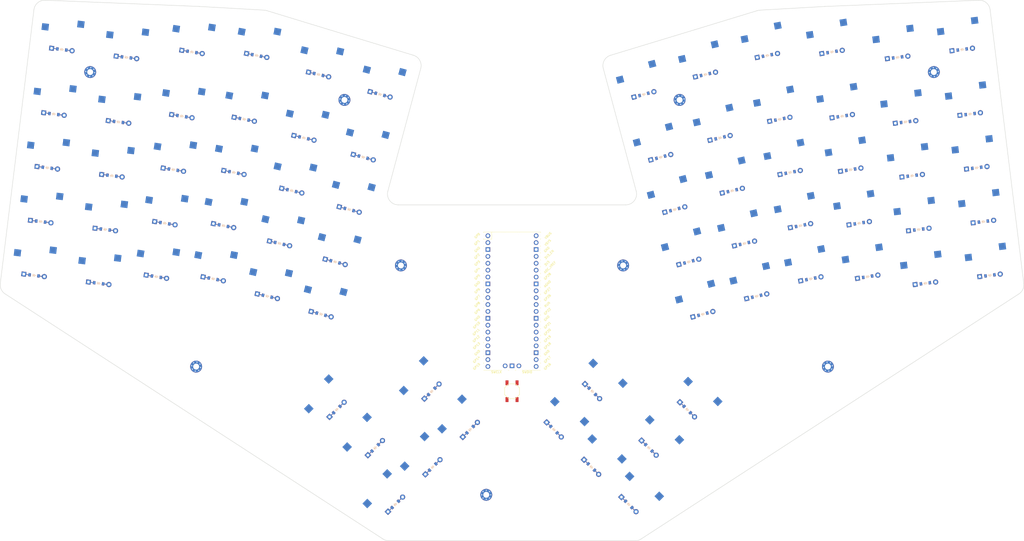
<source format=kicad_pcb>
(kicad_pcb (version 20240108) (generator "pcbnew") (generator_version "8.0")
  (title_block (title "gundamBowtie") (rev "v1.0.0") (company "Unknown"))
  (layers (0 "F.Cu" signal) (31 "B.Cu" signal) (34 "B.Paste" user) (35 "F.Paste" user) (36 "B.SilkS" user "B.Silkscreen") (37 "F.SilkS" user "F.Silkscreen") (38 "B.Mask" user) (39 "F.Mask" user) (44 "Edge.Cuts" user))
  (net 0 "")
  (net 1 "GP0")
  (net 2 "mods_bottom")
  (net 3 "mods_home")
  (net 4 "mods_top")
  (net 5 "mods_number")
  (net 6 "mods_function")
  (net 7 "GP1")
  (net 8 "pinky_bottom")
  (net 9 "pinky_home")
  (net 10 "pinky_top")
  (net 11 "pinky_number")
  (net 12 "pinky_function")
  (net 13 "GP2")
  (net 14 "ring_bottom")
  (net 15 "ring_home")
  (net 16 "ring_top")
  (net 17 "ring_number")
  (net 18 "ring_function")
  (net 19 "GP3")
  (net 20 "middle_bottom")
  (net 21 "middle_home")
  (net 22 "middle_top")
  (net 23 "middle_number")
  (net 24 "middle_function")
  (net 25 "GP4")
  (net 26 "index_bottom")
  (net 27 "index_home")
  (net 28 "index_top")
  (net 29 "index_number")
  (net 30 "index_function")
  (net 31 "GP5")
  (net 32 "inner_bottom")
  (net 33 "inner_home")
  (net 34 "inner_top")
  (net 35 "inner_number")
  (net 36 "inner_function")
  (net 37 "left_middle")
  (net 38 "left_top")
  (net 39 "right_middle")
  (net 40 "keysNextToBig_bottom")
  (net 41 "keysNextToBigPart2_bottom")
  (net 42 "keysNextToBigPart3_bottom")
  (net 43 "mirror_mods_bottom")
  (net 44 "mirror_mods_home")
  (net 45 "mirror_mods_top")
  (net 46 "mirror_mods_number")
  (net 47 "mirror_mods_function")
  (net 48 "mirror_pinky_bottom")
  (net 49 "mirror_pinky_home")
  (net 50 "mirror_pinky_top")
  (net 51 "mirror_pinky_number")
  (net 52 "mirror_pinky_function")
  (net 53 "mirror_ring_bottom")
  (net 54 "mirror_ring_home")
  (net 55 "mirror_ring_top")
  (net 56 "mirror_ring_number")
  (net 57 "mirror_ring_function")
  (net 58 "mirror_middle_bottom")
  (net 59 "mirror_middle_home")
  (net 60 "mirror_middle_top")
  (net 61 "mirror_middle_number")
  (net 62 "mirror_middle_function")
  (net 63 "mirror_index_bottom")
  (net 64 "mirror_index_home")
  (net 65 "mirror_index_top")
  (net 66 "mirror_index_number")
  (net 67 "mirror_index_function")
  (net 68 "mirror_inner_bottom")
  (net 69 "mirror_inner_home")
  (net 70 "mirror_inner_top")
  (net 71 "mirror_inner_number")
  (net 72 "mirror_inner_function")
  (net 73 "mirror_left_middle")
  (net 74 "mirror_left_top")
  (net 75 "mirror_right_middle")
  (net 76 "mirror_keysNextToBig_bottom")
  (net 77 "mirror_keysNextToBigPart2_bottom")
  (net 78 "mirror_keysNextToBigPart3_bottom")
  (net 79 "GP13")
  (net 80 "GP12")
  (net 81 "GP11")
  (net 82 "GP10")
  (net 83 "GP9")
  (net 84 "GP14")
  (net 85 "GP15")
  (net 86 "GP18")
  (net 87 "GP19")
  (net 88 "GP20")
  (net 89 "GP21")
  (net 90 "GP22")
  (net 91 "GP17")
  (net 92 "GP16")
  (net 93 "GP6")
  (net 94 "GP7")
  (net 95 "GP8")
  (net 96 "GP26")
  (net 97 "GP27")
  (net 98 "GP28")
  (net 99 "RUN")
  (net 100 "ADC_VREF")
  (net 101 "3V3")
  (net 102 "3V3_EN")
  (net 103 "VSYS")
  (net 104 "VBUS")
  (net 105 "GND")
  (net 106 "AGND")
  (footprint "E73:SW_TACT_ALPS_SKQGABE010" (layer "F.Cu") (at 213.227526 183.50863 -90)
    (property "Reference" "B1" (hide yes))
    (property "Value" "" (hide yes))
  )
  (footprint "ComboDiode" (layer "F.Cu") (at 170.185891 225.284465 45)
    (property "Reference" "D34" (hide yes))
    (property "Value" "" (hide yes))
  )
  (footprint "MX" (layer "F.Cu") (at 322.467811 137.12488 11)
    (property "Reference" "S52" (hide yes))
    (property "Value" "" (hide yes))
  )
  (footprint "MX" (layer "F.Cu") (at 260.577997 69.120872 15)
    (property "Reference" "S66" (hide yes))
    (property "Value" "" (hide yes))
  )
  (footprint "ComboDiode" (layer "F.Cu") (at 242.480576 211.49588 -45)
    (property "Reference" "D71" (hide yes))
    (property "Value" "" (hide yes))
  )
  (footprint "ComboDiode" (layer "F.Cu") (at 65.667318 103.97332 -7)
    (property "Reference" "D8" (hide yes))
    (property "Value" "" (hide yes))
  )
  (footprint "ComboDiode" (layer "F.Cu") (at 85.201212 121.49364 -9)
    (property "Reference" "D12" (hide yes))
    (property "Value" "" (hide yes))
  )
  (footprint "MX" (layer "F.Cu") (at 85.983388 116.555184 -9)
    (property "Reference" "S12" (hide yes))
    (property "Value" "" (hide yes))
  )
  (footprint "ComboDiode" (layer "F.Cu") (at 110.665555 102.767912 -11)
    (property "Reference" "D18" (hide yes))
    (property "Value" "" (hide yes))
  )
  (footprint "ComboDiode" (layer "F.Cu") (at 311.973316 83.135373 11)
    (property "Reference" "D55" (hide yes))
    (property "Value" "" (hide yes))
  )
  (footprint "MX" (layer "F.Cu") (at 149.312636 130.94012 -15)
    (property "Reference" "S27" (hide yes))
    (property "Value" "" (hide yes))
  )
  (footprint "RPi_Pico_SMD_TH" (layer "F.Cu") (at 213.227525 150.258634)
    (property "Reference" "_1" (hide yes))
    (property "Value" "RPi_Pico_SMD_TH")
  )
  (footprint "MX" (layer "F.Cu") (at 354.816145 55.33856 7)
    (property "Reference" "S46" (hide yes))
    (property "Value" "" (hide yes))
  )
  (footprint "MX" (layer "F.Cu") (at 154.489022 111.621596 -15)
    (property "Reference" "S28" (hide yes))
    (property "Value" "" (hide yes))
  )
  (footprint "MX" (layer "F.Cu") (at 40.018156 115.93665 -7)
    (property "Reference" "S2" (hide yes))
    (property "Value" "" (hide yes))
  )
  (footprint "ComboDiode" (layer "F.Cu") (at 153.194928 116.451234 -15)
    (property "Reference" "D28" (hide yes))
    (property "Value" "" (hide yes))
  )
  (footprint "ComboDiode" (layer "F.Cu") (at 384.608843 101.048462 7)
    (property "Reference" "D39" (hide yes))
    (property "Value" "" (hide yes))
  )
  (footprint "MX" (layer "F.Cu") (at 82.854711 136.308963 -9)
    (property "Reference" "S11" (hide yes))
    (property "Value" "" (hide yes))
  )
  (footprint "ComboDiode" (layer "F.Cu") (at 44.283584 81.197538 -7)
    (property "Reference" "D4" (hide yes))
    (property "Value" "" (hide yes))
  )
  (footprint "MX" (layer "F.Cu") (at 343.600348 136.308954 9)
    (property "Reference" "S47" (hide yes))
    (property "Value" "" (hide yes))
  )
  (footprint "MX" (layer "F.Cu") (at 357.741004 79.159675 7)
    (property "Reference" "S45" (hide yes))
    (property "Value" "" (hide yes))
  )
  (footprint "ComboDiode" (layer "F.Cu") (at 197.763063 197.70729 45)
    (property "Reference" "D36" (hide yes))
    (property "Value" "" (hide yes))
  )
  (footprint "ComboDiode" (layer "F.Cu") (at 298.956397 128.970376 13)
    (property "Reference" "D58" (hide yes))
    (property "Value" "" (hide yes))
  )
  (footprint "ComboDiode" (layer "F.Cu") (at 71.029557 60.301297 -7)
    (property "Reference" "D10" (hide yes))
    (property "Value" "" (hide yes))
  )
  (footprint "MX" (layer "F.Cu") (at 232.227542 194.171761 -45)
    (property "Reference" "S72" (hide yes))
    (property "Value" "" (hide yes))
  )
  (footprint "MX" (layer "F.Cu") (at 165.877055 69.12087 -15)
    (property "Reference" "S30" (hide yes))
    (property "Value" "" (hide yes))
  )
  (footprint "MX" (layer "F.Cu") (at 63.839269 118.861502 -7)
    (property "Reference" "S7" (hide yes))
    (property "Value" "" (hide yes))
  )
  (footprint "ComboDiode" (layer "F.Cu") (at 379.246586 57.376425 7)
    (property "Reference" "D41" (hide yes))
    (property "Value" "" (hide yes))
  )
  (footprint "MX" (layer "F.Cu") (at 95.995189 53.343148 -9)
    (property "Reference" "S15" (hide yes))
    (property "Value" "" (hide yes))
  )
  (footprint "MX" (layer "F.Cu") (at 293.332612 104.611122 13)
    (property "Reference" "S59" (hide yes))
    (property "Value" "" (hide yes))
  )
  (footprint "ComboDiode" (layer "F.Cu") (at 365.662509 143.675176 7)
    (property "Reference" "D42" (hide yes))
    (property "Value" "" (hide yes))
  )
  (footprint "MX" (layer "F.Cu") (at 103.987247 137.124869 -11)
    (property "Reference" "S16" (hide yes))
    (property "Value" "" (hide yes))
  )
  (footprint "ComboDiode" (layer "F.Cu") (at 39.408814 120.899382 -7)
    (property "Reference" "D2" (hide yes))
    (property "Value" "" (hide yes))
  )
  (footprint "ComboDiode" (layer "F.Cu") (at 323.421842 142.032999 11)
    (property "Reference" "D52" (hide yes))
    (property "Value" "" (hide yes))
  )
  (footprint "ComboDiode" (layer "F.Cu") (at 277.835906 190.282677 -45)
    (property "Reference" "D68" (hide yes))
    (property "Value" "" (hide yes))
  )
  (footprint "MX" (layer "F.Cu") (at 145.083608 186.747142 45)
    (property "Reference" "S32" (hide yes))
    (property "Value" "" (hide yes))
  )
  (footprint "ComboDiode" (layer "F.Cu") (at 164.582961 73.950499 -15)
    (property "Reference" "D30" (hide yes))
    (property "Value" "" (hide yes))
  )
  (footprint "ComboDiode" (layer "F.Cu") (at 382.171459 81.197525 7)
    (property "Reference" "D40" (hide yes))
    (property "Value" "" (hide yes))
  )
  (footprint "ComboDiode" (layer "F.Cu") (at 363.225118 123.824259 7)
    (property "Reference" "D43" (hide yes))
    (property "Value" "" (hide yes))
  )
  (footprint "ComboDiode" (layer "F.Cu") (at 36.971435 140.750305 -7)
    (property "Reference" "D1" (hide yes))
    (property "Value" "" (hide yes))
  )
  (footprint "MX" (layer "F.Cu") (at 318.651622 117.492336 11)
    (property "Reference" "S53" (hide yes))
    (property "Value" "" (hide yes))
  )
  (footprint "MountingHole_2.2mm_M2_Pad_Via" (layer "F.Cu") (at 368.784664 65.713563 7)
    (property "Reference" "_3" (hide yes))
    (property "Value" "")
  )
  (footprint "MX" (layer "F.Cu") (at 330.459856 53.343151 9)
    (property "Reference" "S51" (hide yes))
    (property "Value" "" (hide yes))
  )
  (footprint "MX" (layer "F.Cu") (at 143.020282 61.738826 -13)
    (property "Reference" "S25" (hide yes))
    (property "Value" "" (hide yes))
  )
  (footprint "ComboDiode" (layer "F.Cu") (at 358.350344 84.122394 7)
    (property "Reference" "D45" (hide yes))
    (property "Value" "" (hide yes))
  )
  (footprint "MountingHole_2.2mm_M2_Pad_Via" (layer "F.Cu") (at 172.253385 137.087075 -15)
    (property "Reference" "_8" (hide yes))
    (property "Value" "")
  )
  (footprint "MX" (layer "F.Cu") (at 267.229306 200.889277 -45)
    (property "Reference" "S67" (hide yes))
    (property "Value" "" (hide yes))
  )
  (footprint "ComboDiode" (layer "F.Cu") (at 387.046227 120.899375 7)
    (property "Reference" "D38" (hide yes))
    (property "Value" "" (hide yes))
  )
  (footprint "MX" (layer "F.Cu") (at 128.623397 124.098529 -13)
    (property "Reference" "S22" (hide yes))
    (property "Value" "" (hide yes))
  )
  (footprint "ComboDiode" (layer "F.Cu") (at 331.242023 58.281577 9)
    (property "Reference" "D51" (hide yes))
    (property "Value" "" (hide yes))
  )
  (footprint "ComboDiode" (layer "F.Cu") (at 278.436499 135.769744 15)
    (property "Reference" "D63" (hide yes))
    (property "Value" "" (hide yes))
  )
  (footprint "MX" (layer "F.Cu") (at 306.439852 54.668187 11)
    (property "Reference" "S56" (hide yes))
    (property "Value" "" (hide yes))
  )
  (footprint "ComboDiode" (layer "F.Cu") (at 127.49866 128.97036 -13)
    (property "Reference" "D22" (hide yes))
    (property "Value" "" (hide yes))
  )
  (footprint "MX" (layer "F.Cu") (at 133.122435 104.611128 -13)
    (property "Reference" "S23" (hide yes))
    (property "Value" "" (hide yes))
  )
  (footprint "MX" (layer "F.Cu") (at 334.214288 77.04767 9)
    (property "Reference" "S50" (hide yes))
    (property "Value" "" (hide yes))
  )
  (footprint "MX" (layer "F.Cu") (at 314.835438 97.859783 11)
    (property "Reference" "S54" (hide yes))
    (property "Value" "" (hide yes))
  )
  (footprint "MX" (layer "F.Cu") (at 277.142401 130.940119 15)
    (property "Reference" "S63" (hide yes))
    (property "Value" "" (hide yes))
  )
  (footprint "ComboDiode" (layer "F.Cu") (at 289.958349 89.99557 13)
    (property "Reference" "D60" (hide yes))
    (property "Value" "" (hide yes))
  )
  (footprint "ComboDiode" (layer "F.Cu") (at 242.834139 183.565166 -45)
    (property "Reference" "D69" (hide yes))
    (property "Value" "" (hide yes))
  )
  (footprint "MX" (layer "F.Cu") (at 282.318795 150.258639 15)
    (property "Reference" "S62" (hide yes))
    (property "Value" "" (hide yes))
  )
  (footprint "ComboDiode" (layer "F.Cu") (at 158.371302 97.132709 -15)
    (property "Reference" "D29" (hide yes))
    (property "Value" "" (hide yes))
  )
  (footprint "MX" (layer "F.Cu") (at 302.330667 143.585914 13)
    (property "Reference" "S57" (hide yes))
    (property "Value" "" (hide yes))
  )
  (footprint "ComboDiode" (layer "F.Cu") (at 263.693777 204.424812 -45)
    (property "Reference" "D67" (hide yes))
    (property "Value" "" (hide yes))
  )
  (footprint "MX" (layer "F.Cu") (at 365.053153 138.712433 7)
    (property "Reference" "S42" (hide yes))
    (property "Value" "" (hide yes))
  )
  (footprint "MX" (layer "F.Cu") (at 246.369656 180.029635 -45)
    (property "Reference" "S69" (hide yes))
    (property "Value" "" (hide yes))
  )
  (footprint "MX" (layer "F.Cu") (at 362.615773 118.861509 7)
    (property "Reference" "S43" (hide yes))
    (property "Value" "" (hide yes))
  )
  (footprint "MX" (layer "F.Cu") (at 47.817809 52.413703 -7)
    (property "Reference" "S5" (hide yes))
    (property "Value" "" (hide yes))
  )
  (footprint "MX" (layer "F.Cu") (at 297.83163 124.098522 13)
    (property "Reference" "S58" (hide yes))
    (property "Value" "" (hide yes))
  )
  (footprint "ComboDiode" (layer "F.Cu") (at 162.761272 204.424812 45)
    (property "Reference" "D31" (hide yes))
    (property "Value" "" (hide yes))
  )
  (footprint "ComboDiode" (layer "F.Cu") (at 148.018552 135.769756 -15)
    (property "Reference" "D27" (hide yes))
    (property "Value" "" (hide yes))
  )
  (footprint "MX" (layer "F.Cu") (at 159.665402 92.303088 -15)
    (property "Reference" "S29" (hide yes))
    (property "Value" "" (hide yes))
  )
  (footprint "MX" (layer "F.Cu") (at 337.342978 96.801437 9)
    (property "Reference" "S49" (hide yes))
    (property "Value" "" (hide yes))
  )
  (footprint "MountingHole_2.2mm_M2_Pad_Via" (layer "F.Cu") (at 151.428687 75.995734 -13)
    (property "Reference" "_4" (hide yes))
    (property "Value" "")
  )
  (footprint "MountingHole_2.2mm_M2_Pad_Via" (layer "F.Cu") (at 254.201662 137.08707 15)
    (property "Reference" "_9" (hide yes))
    (property "Value" "")
  )
  (footprint "ComboDiode" (layer "F.Cu") (at 284.559535 66.610687 13)
    (property "Reference" "D61" (hide yes))
    (property "Value" "" (hide yes))
  )
  (footprint "MX" (layer "F.Cu") (at 115.435774 78.227239 -11)
    (property "Reference" "S19" (hide yes))
    (property "Value" "" (hide yes))
  )
  (footprint "ComboDiode" (layer "F.Cu") (at 82.072529 141.247408 -9)
    (property "Reference" "D11" (hide yes))
    (property "Value" "" (hide yes))
  )
  (footprint "MX" (layer "F.Cu") (at 180.438937 207.960352 45)
    (property "Reference" "S35" (hide yes))
    (property "Value" "" (hide yes))
  )
  (footprint "ComboDiode" (layer "F.Cu") (at 228.691981 197.707301 -45)
    (property "Reference" "D72" (hide yes))
    (property "Value" "" (hide yes))
  )
  (footprint "MX" (layer "F.Cu") (at 386.436886 115.936655 7)
    (property "Reference" "S38" (hide yes))
    (property "Value" "" (hide yes))
  )
  (footprint "ComboDiode" (layer "F.Cu") (at 389.483616 140.750301 7)
    (property "Reference" "D37" (hide yes))
    (property "Value" "" (hide yes))
  )
  (footprint "MX" (layer "F.Cu") (at 137.621458 85.123717 -13)
    (property "Reference" "S24" (hide yes))
    (property "Value" "" (hide yes))
  )
  (footprint "MX" (layer "F.Cu") (at 383.999498 96.085736 7)
    (property "Reference" "S39" (hide yes))
    (property "Value" "" (hide yes))
  )
  (footprint "MX" (layer "F.Cu") (at 266.78964 92.303091 15)
    (property "Reference" "S65" (hide yes))
    (property "Value" "" (hide yes))
  )
  (footprint "ComboDiode" (layer "F.Cu") (at 283.612881 155.08827 15)
    (property "Reference" "D62" (hide yes))
    (property "Value" "" (hide yes))
  )
  (footprint "ComboDiode" (layer "F.Cu") (at 338.125145 101.739871 9)
    (property "Reference" "D49" (hide yes))
    (property "Value" "" (hide yes))
  )
  (footprint "ComboDiode" (layer "F.Cu") (at 95.213032 58.281573 -9)
    (property "Reference" "D15" (hide yes))
    (property "Value" "" (hide yes))
  )
  (footprint "MX" (layer "F.Cu") (at 166.650362 221.748932 45)
    (property "Reference" "S34" (hide yes))
    (property "Value" "" (hide yes))
  )
  (footprint "MX" (layer "F.Cu") (at 61.401887 138.712442 -7)
    (property "Reference" "S6" (hide yes))
    (property "Value" "" (hide yes))
  )
  (footprint "MountingHole_2.2mm_M2_Pad_Via" (layer "F.Cu") (at 96.736498 174.426696 -11)
    (property "Reference" "_6" (hide yes))
    (property "Value" "")
  )
  (footprint "MX" (layer "F.Cu") (at 42.455548 96.085721 -7)
    (property "Reference" "S3" (hide yes))
    (property "Value" "" (hide yes))
  )
  (footprint "MountingHole_2.2mm_M2_Pad_Via" (layer "F.Cu") (at 57.670394 65.713564 -7)
    (property "Reference" "_2" (hide yes))
    (property "Value" "")
  )
  (footprint "MX" (layer "F.Cu") (at 71.638914 55.338567 -7)
    (property "Reference" "S10" (hide yes))
    (property "Value" "" (hide yes))
  )
  (footprint "ComboDiode" (layer "F.Cu") (at 103.033198 142.033009 -11)
    (property "Reference" "D16" (hide yes))
    (property "Value" "" (hide yes))
  )
  (footprint "MX" (layer "F.Cu") (at 381.562113 76.234807 7)
    (property "Reference" "S40" (hide yes))
    (property "Value" "" (hide yes))
  )
  (footprint "ComboDiode" (layer "F.Cu") (at 341.253833 121.493646 9)
    (property "Reference" "D48" (hide yes))
    (property "Value" "" (hide yes))
  )
  (footprint "ComboDiode" (layer "F.Cu") (at 261.872088 73.950502 15)
    (property "Reference" "D66" (hide yes))
    (property "Value" "" (hide yes))
  )
  (footprint "MX" (layer "F.Cu") (at 107.803418 117.49232 -11)
    (property "Reference" "S17" (hide yes))
    (property "Value" "" (hide yes))
  )
  (footprint "MX" (layer "F.Cu") (at 92.240762 77.047655 -9)
    (property "Reference" "S14" (hide yes))
    (property "Value" "" (hide yes))
  )
  (footprint "MX" (layer "F.Cu") (at 89.112084 96.801438 -9)
    (property "Reference" "S13" (hide yes))
    (property "Value" "" (hide yes))
  )
  (footprint "ComboDiode" (layer "F.Cu") (at 294.457377 109.482971 13)
    (property "Reference" "D59" (hide yes))
    (property "Value" "" (hide yes))
  )
  (footprint "MX" (layer "F.Cu") (at 120.015207 54.668185 -11)
    (property "Reference" "S20" (hide yes))
    (property "Value" "" (hide yes))
  )
  (footprint "ComboDiode" (layer "F.Cu") (at 307.393894 59.576312 11)
    (property "Reference" "D56" (hide yes))
    (property "Value" "" (hide yes))
  )
  (footprint "MX" (layer "F.Cu") (at 246.016107 207.960347 -45)
    (property "Reference" "S71" (hide yes))
    (property "Value" "" (hide yes))
  )
  (footprint "MX" (layer "F.Cu") (at 194.227518 194.171766 45)
    (property "Reference" "S36" (hide yes))
    (property "Value" "" (hide yes))
  )
  (footprint "ComboDiode" (layer "F.Cu") (at 315.789502 102.767914 11)
    (property "Reference" "D54" (hide yes))
    (property "Value" "" (hide yes))
  )
  (footprint "ComboDiode" (layer "F.Cu") (at 183.62092 183.565159 45)
    (property "Reference" "D33" (hide yes))
    (property "Value" "" (hide yes))
  )
  (footprint "MX" (layer "F.Cu") (at 283.434767 61.738841 13)
    (property "Reference" "S61" (hide yes))
    (property "Value" "" (hide yes))
  )
  (footprint "ComboDiode" (layer "F.Cu") (at 131.99768 109.482972 -13)
    (property "Reference" "D23" (hide yes))
    (property "Value" "" (hide yes))
  )
  (footprint "MX" (layer "F.Cu") (at 180.085383 180.029622 45)
    (property "Reference" "S33" (hide yes))
    (property "Value" "" (hide yes))
  )
  (footprint "ComboDiode" (layer "F.Cu") (at 106.849374 122.400459 -11)
    (property "Reference" "D17" (hide yes))
    (property "Value" "" (hide yes))
  )
  (footprint "MX" (layer "F.Cu") (at 281.371443 186.74715 -45)
    (property "Reference" "S68" (hide yes))
    (property "Value" "" (hide yes))
  )
  (footprint "ComboDiode" (layer "F.Cu") (at 142.842166 155.088264 -15)
    (property "Reference" "D26" (hide yes))
    (property "Value" "" (hide yes))
  )
  (footprint "MX" (layer "F.Cu") (at 311.019268 78.227246 11)
    (property "Reference" "S55" (hide yes))
    (property "Value" "" (hide yes))
  )
  (footprint "ComboDiode" (layer "F.Cu") (at 334.996452 81.986105 9)
    (property "Reference" "D50" (hide yes))
    (property "Value" "" (hide yes))
  )
  (footprint "ComboDiode" (layer "F.Cu") (at 319.605659 122.400472 11)
    (property "Reference" "D53" (hide yes))
    (property "Value" "" (hide yes))
  )
  (footprint "MX" (layer "F.Cu") (at 360.178395 99.010597 7)
    (property "Reference" "S44" (hide yes))
    (property "Value" "" (hide yes))
  )
  (footprint "ComboDiode" (layer "F.Cu") (at 148.619137 190.282682 45)
    (property "Reference" "D32" (hide yes))
    (property "Value" "" (hide yes))
  )
  (footprint "ComboDiode" (layer "F.Cu") (at 273.260113 116.45122 15)
    (property "Reference" "D64" (hide yes))
    (property "Value" "" (hide yes))
  )
  (footprint "ComboDiode" (layer "F.Cu") (at 303.455403 148.45777 13)
    (property "Reference" "D57" (hide yes))
    (property "Value" "" (hide yes))
  )
  (footprint "ComboDiode" (layer "F.Cu") (at 88.329901 101.739872 -9)
    (property "Reference" "D13" (hide yes))
    (property "Value" "" (hide yes))
  )
  (footprint "ComboDiode" (layer "F.Cu") (at 360.787734 103.973322 7)
    (property "Reference" "D44" (hide yes))
    (property "Value" "" (hide yes))
  )
  (footprint "ComboDiode" (layer "F.Cu") (at 141.895522 66.610693 -13)
    (property "Reference" "D25" (hide yes))
    (property "Value" "" (hide yes))
  )
  (footprint "MX" (layer "F.Cu") (at 259.80469 221.748933 -45)
    (property "Reference" "S70" (hide yes))
    (property "Value" "" (hide yes))
  )
  (footprint "MX" (layer "F.Cu") (at 144.136269 150.258648 -15)
    (property "Reference" "S26" (hide yes))
    (property "Value" "" (hide yes))
  )
  (footprint "MX" (layer "F.Cu") (at 271.966025 111.6216 15)
    (property "Reference" "S64" (hide yes))
    (property "Value" "" (hide yes))
  )
  (footprint "MountingHole_2.2mm_M2_Pad_Via" (layer "F.Cu") (at 275.026367 75.995734 13)
    (property "Reference" "_5" (hide yes))
    (property "Value" "")
  )
  (footprint "ComboDiode" (layer "F.Cu") (at 183.974477 211.495884 45)
    (property "Reference" "D35" (hide yes))
    (property "Value" "" (hide yes))
  )
  (footprint "ComboDiode" (layer "F.Cu") (at 63.229924 123.82425 -7)
    (property "Reference" "D7" (hide yes))
    (property "Value" "" (hide yes))
  )
  (footprint "MX" (layer "F.Cu") (at 44.89294 76.234809 -7)
    (property "Reference" "S4" (hide yes))
    (property "Value" "" (hide yes))
  )
  (footprint "MX" (layer "F.Cu") (at 159.225738 200.889281 45)
    (property "Reference" "S31" (hide yes))
    (property "Value" "" (hide yes))
  )
  (footprint "ComboDiode" (layer "F.Cu") (at 68.104692 84.122397 -7)
    (property "Reference" "D9" (hide yes))
    (property "Value" "" (hide yes))
  )
  (footprint "MountingHole_2.2mm_M2_Pad_Via" (layer "F.Cu") (at 329.718549 174.426702 11)
    (property "Reference" "_7" (hide yes))
    (property "Value" "")
  )
  (footprint "MX" (layer "F.Cu") (at 66.276654 99.010596 -7)
    (property "Reference" "S8" (hide yes))
    (property "Value" "" (hide yes))
  )
  (footprint "ComboDiode" (layer "F.Cu") (at 355.42549 60.301296 7)
    (property "Reference" "D46" (hide yes))
    (property "Value" "" (hide yes))
  )
  (footprint "MX" (layer "F.Cu") (at 288.833598 85.123714 13)
    (property "Reference" "S60" (hide yes))
    (property "Value" "" (hide yes))
  )
  (footprint "ComboDiode" (layer "F.Cu") (at 47.208442 57.376422 -7)
    (property "Reference" "D5" (hide yes))
    (property "Value" "" (hide yes))
  )
  (footprint "ComboDiode" (layer "F.Cu") (at 60.792532 143.675168 -7)
    (property "Reference" "D6" (hide yes))
    (property "Value" "" (hide yes))
  )
  (footprint "MX" (layer "F.Cu") (at 111.61961 97.859782 -11)
    (property "Reference" "S18" (hide yes))
    (property "Value" "" (hide yes))
  )
  (footprint "ComboDiode" (layer "F.Cu") (at 344.382521 141.247394 9)
    (property "Reference" "D47" (hide yes))
    (property "Value" "" (hide yes))
  )
  (footprint "MX" (layer "F.Cu") (at 388.874272 135.787576 7)
    (property "Reference" "S37" (hide yes))
    (property "Value" "" (hide yes))
  )
  (footprint "MX" (layer "F.Cu") (at 37.580773 135.787571 -7)
    (property "Reference" "S1" (hide yes))
    (property "Value" "" (hide yes))
  )
  (footprint "ComboDiode" (layer "F.Cu") (at 41.846205 101.04846 -7)
    (property "Reference" "D3" (hide yes))
    (property "Value" "" (hide yes))
  )
  (footprint "ComboDiode" (layer "F.Cu") (at 91.458599 81.986109 -9)
    (property "Reference" "D14" (hide yes))
    (property "Value" "" (hide yes))
  )
  (footprint "ComboDiode" (layer "F.Cu") (at 256.269149 225.284465 -45)
    (property "Reference" "D70" (hide yes))
    (property "Value" "" (hide yes))
  )
  (footprint "ComboDiode" (layer "F.Cu") (at 136.49669 89.995569 -13)
    (property "Reference" "D24" (hide yes))
    (property "Value" "" (hide yes))
  )
  (footprint "ComboDiode" (layer "F.Cu") (at 122.999622 148.457765 -13)
    (property "Reference" "D21" (hide yes))
    (property "Value" "" (hide yes))
  )
  (footprint "ComboDiode" (layer "F.Cu") (at 119.061161 59.576315 -11)
    (property "Reference" "D20" (hide yes))
    (property "Value" "" (hide yes))
  )
  (footprint "MX" (layer "F.Cu") (at 378.637238 52.413686 7)
    (property "Reference" "S41" (hide yes))
    (property "Value" "" (hide yes))
  )
  (footprint "MountingHole_2.2mm_M2_Pad_Via" (layer "F.Cu") (at 203.727528 221.74894)
    (property "Reference" "_10" (hide yes))
    (property "Value" "")
  )
  (footprint "ComboDiode" (layer "F.Cu") (at 268.083735 97.132718 15)
    (property "Reference" "D65" (hide yes))
    (property "Value" "" (hide yes))
  )
  (footprint "MX" (layer "F.Cu") (at 124.124383 143.585924 -13)
    (property "Reference" "S21" (hide yes))
    (property "Value" "" (hide yes))
  )
  (footprint "MX" (layer "F.Cu") (at 68.714056 79.159674 -7)
    (property "Reference" "S9" (hide yes))
    (property "Value" "" (hide yes))
  )
  (footprint "ComboDiode" (layer "F.Cu") (at 114.481737 83.135371 -11)
    (property "Reference" "D19" (hide yes))
    (property "Value" "" (hide yes))
  )
  (footprint "MX" (layer "F.Cu") (at 340.471654 116.555205 9)
    (property "Reference" "S48" (hide yes))
    (property "Value" "" (hide yes))
  )
  (gr_line (start 97.839091 41.48954) (end 41.05253 39.189855) (stroke (width 0.15)) (layer "Edge.Cuts"))
  (gr_line (start 303.689826 43.02937) (end 280.738628 50.045387) (stroke (width 0.15)) (layer "Edge.Cuts"))
  (gr_line (start 167.429325 109.692146) (end 179.57248 64.373272) (stroke (width 0.15)) (layer "Edge.Cuts"))
  (gr_arc (start 176.871547 59.510737) (mid 179.205546 61.395692) (end 179.57248 64.373272) (stroke (width 0.15)) (layer "Edge.Cuts"))
  (gr_line (start 36.920477 42.699105) (end 24.512427 143.754588) (stroke (width 0.15)) (layer "Edge.Cuts"))
  (gr_line (start 121.824338 42.861164) (end 97.905704 41.492787) (stroke (width 0.15)) (layer "Edge.Cuts"))
  (gr_arc (start 303.689819 43.029372) (mid 304.155224 42.917063) (end 304.630715 42.861173) (stroke (width 0.15)) (layer "Edge.Cuts"))
  (gr_arc (start 145.722984 50.047398) (mid 145.719698 50.046398) (end 145.716416 50.045383) (stroke (width 0.15)) (layer "Edge.Cuts"))
  (gr_line (start 26.30439 147.596957) (end 165.65678 238.074384) (stroke (width 0.15)) (layer "Edge.Cuts"))
  (gr_line (start 246.882559 64.373274) (end 259.025721 109.692161) (stroke (width 0.15)) (layer "Edge.Cuts"))
  (gr_arc (start 401.942615 143.754586) (mid 401.597582 145.932711) (end 400.15066 147.596947) (stroke (width 0.15)) (layer "Edge.Cuts"))
  (gr_line (start 385.402507 39.189855) (end 328.615957 41.489535) (stroke (width 0.15)) (layer "Edge.Cuts"))
  (gr_arc (start 97.839091 41.48954) (mid 97.872404 41.491028) (end 97.905704 41.492787) (stroke (width 0.15)) (layer "Edge.Cuts"))
  (gr_line (start 328.549346 41.492791) (end 304.630715 42.861173) (stroke (width 0.15)) (layer "Edge.Cuts"))
  (gr_arc (start 167.834994 238.719487) (mid 166.699127 238.554821) (end 165.65678 238.074384) (stroke (width 0.15)) (layer "Edge.Cuts"))
  (gr_line (start 167.834994 238.719487) (end 258.620053 238.719493) (stroke (width 0.15)) (layer "Edge.Cuts"))
  (gr_arc (start 36.920479 42.699107) (mid 38.301354 40.137735) (end 41.05253 39.189855) (stroke (width 0.15)) (layer "Edge.Cuts"))
  (gr_line (start 145.716416 50.045383) (end 122.765225 43.029375) (stroke (width 0.15)) (layer "Edge.Cuts"))
  (gr_line (start 280.732045 50.0474) (end 249.58349 59.510738) (stroke (width 0.15)) (layer "Edge.Cuts"))
  (gr_arc (start 280.738626 50.045386) (mid 280.735335 50.046391) (end 280.732045 50.0474) (stroke (width 0.15)) (layer "Edge.Cuts"))
  (gr_arc (start 246.882559 64.373274) (mid 247.249489 61.395695) (end 249.58349 59.510738) (stroke (width 0.15)) (layer "Edge.Cuts"))
  (gr_arc (start 26.304391 147.596948) (mid 24.857472 145.93271) (end 24.512427 143.754588) (stroke (width 0.15)) (layer "Edge.Cuts"))
  (gr_arc (start 121.824338 42.861164) (mid 122.299824 42.917065) (end 122.765225 43.029375) (stroke (width 0.15)) (layer "Edge.Cuts"))
  (gr_arc (start 171.293025 114.727428) (mid 168.119616 113.16247) (end 167.429325 109.692146) (stroke (width 0.15)) (layer "Edge.Cuts"))
  (gr_arc (start 260.798277 238.074387) (mid 259.755925 238.554827) (end 258.620053 238.719493) (stroke (width 0.15)) (layer "Edge.Cuts"))
  (gr_arc (start 259.025721 109.692161) (mid 258.335429 113.162481) (end 255.162018 114.727435) (stroke (width 0.15)) (layer "Edge.Cuts"))
  (gr_arc (start 385.402505 39.189854) (mid 388.153686 40.13773) (end 389.53456 42.699106) (stroke (width 0.15)) (layer "Edge.Cuts"))
  (gr_line (start 176.871547 59.510737) (end 145.722984 50.047398) (stroke (width 0.15)) (layer "Edge.Cuts"))
  (gr_line (start 401.942615 143.754586) (end 389.53456 42.699106) (stroke (width 0.15)) (layer "Edge.Cuts"))
  (gr_line (start 255.162018 114.727435) (end 171.293025 114.727428) (stroke (width 0.15)) (layer "Edge.Cuts"))
  (gr_arc (start 328.549346 41.492791) (mid 328.582645 41.491025) (end 328.615957 41.489535) (stroke (width 0.15)) (layer "Edge.Cuts"))
  (gr_line (start 260.798277 238.074387) (end 400.15066 147.596947) (stroke (width 0.15)) (layer "Edge.Cuts"))
  (segment (start 38.60913 140.951389) (end 40.753033 141.214627) (width 0.25) (layer "F.Cu") (net 2))
  (segment (start 40.753033 141.214627) (end 38.60913 140.951389) (width 0.25) (layer "B.Cu") (net 2))
  (segment (start 43.19042 121.363703) (end 41.046519 121.100465) (width 0.25) (layer "F.Cu") (net 3))
  (segment (start 41.046519 121.100465) (end 43.19042 121.363703) (width 0.25) (layer "B.Cu") (net 3))
  (segment (start 45.627813 101.512783) (end 43.483908 101.249548) (width 0.25) (layer "F.Cu") (net 4))
  (segment (start 43.483908 101.249548) (end 45.627813 101.512783) (width 0.25) (layer "B.Cu") (net 4))
  (segment (start 48.065181 81.661861) (end 45.921284 81.398625) (width 0.25) (layer "F.Cu") (net 5))
  (segment (start 45.921284 81.398625) (end 48.065181 81.661861) (width 0.25) (layer "B.Cu") (net 5))
  (segment (start 48.846158 57.577508) (end 50.990052 57.840749) (width 0.25) (layer "F.Cu") (net 6))
  (segment (start 48.846158 57.577508) (end 50.990052 57.840749) (width 0.25) (layer "B.Cu") (net 6))
  (segment (start 64.574144 144.139488) (end 62.430234 143.876252) (width 0.25) (layer "F.Cu") (net 8))
  (segment (start 62.430234 143.876252) (end 64.574144 144.139488) (width 0.25) (layer "B.Cu") (net 8))
  (segment (start 64.867616 124.025336) (end 67.011525 124.288577) (width 0.25) (layer "F.Cu") (net 9))
  (segment (start 67.011525 124.288577) (end 64.867616 124.025336) (width 0.25) (layer "B.Cu") (net 9))
  (segment (start 67.305026 104.174393) (end 69.448914 104.437641) (width 0.25) (layer "F.Cu") (net 10))
  (segment (start 69.448914 104.437641) (end 67.305026 104.174393) (width 0.25) (layer "B.Cu") (net 10))
  (segment (start 69.742396 84.323479) (end 71.886312 84.586716) (width 0.25) (layer "F.Cu") (net 11))
  (segment (start 71.886312 84.586716) (end 69.742396 84.323479) (width 0.25) (layer "B.Cu") (net 11))
  (segment (start 72.667258 60.502373) (end 74.81116 60.765614) (width 0.25) (layer "F.Cu") (net 12))
  (segment (start 72.667258 60.502373) (end 74.81116 60.765614) (width 0.25) (layer "B.Cu") (net 12))
  (segment (start 72.667258 60.502373) (end 72.684184 60.364492) (width 0.25) (layer "B.Cu") (net 12))
  (segment (start 72.684184 60.364492) (end 72.627615 60.292083) (width 0.25) (layer "B.Cu") (net 12))
  (segment (start 85.83562 141.843427) (end 85.835622 141.843429) (width 0.25) (layer "F.Cu") (net 14))
  (segment (start 83.702209 141.505521) (end 85.83562 141.843427) (width 0.25) (layer "F.Cu") (net 14))
  (segment (start 83.702207 141.505522) (end 83.702209 141.505521) (width 0.25) (layer "B.Cu") (net 14))
  (segment (start 85.835622 141.843429) (end 83.702207 141.505522) (width 0.25) (layer "B.Cu") (net 14))
  (segment (start 86.830897 121.751754) (end 86.830896 121.751754) (width 0.25) (layer "F.Cu") (net 15))
  (segment (start 88.964313 122.089652) (end 86.830897 121.751754) (width 0.25) (layer "F.Cu") (net 15))
  (segment (start 86.830896 121.751754) (end 88.964311 122.089648) (width 0.25) (layer "B.Cu") (net 15))
  (segment (start 88.964311 122.089648) (end 88.964313 122.089652) (width 0.25) (layer "B.Cu") (net 15))
  (segment (start 92.092995 102.335887) (end 89.959592 101.99799) (width 0.25) (layer "F.Cu") (net 16))
  (segment (start 89.959592 101.99799) (end 89.959591 101.997991) (width 0.25) (layer "F.Cu") (net 16))
  (segment (start 89.959591 101.997991) (end 92.092997 102.335888) (width 0.25) (layer "B.Cu") (net 16))
  (segment (start 92.092997 102.335888) (end 92.092995 102.335887) (width 0.25) (layer "B.Cu") (net 16))
  (segment (start 95.221691 82.582121) (end 95.221687 82.582121) (width 0.25) (layer "F.Cu") (net 17))
  (segment (start 93.088279 82.244237) (end 95.221691 82.582121) (width 0.25) (layer "F.Cu") (net 17))
  (segment (start 95.221687 82.582121) (end 93.08828 82.244235) (width 0.25) (layer "B.Cu") (net 17))
  (segment (start 93.08828 82.244235) (end 93.088279 82.244237) (width 0.25) (layer "B.Cu") (net 17))
  (segment (start 98.976107 58.877594) (end 98.976109 58.877595) (width 0.25) (layer "F.Cu") (net 18))
  (segment (start 96.842709 58.539706) (end 98.976107 58.877594) (width 0.25) (layer "F.Cu") (net 18))
  (segment (start 98.910487 58.793594) (end 98.976112 58.877595) (width 0.25) (layer "F.Cu") (net 18))
  (segment (start 98.910487 58.793594) (end 98.976112 58.877595) (width 0.25) (layer "B.Cu") (net 18))
  (segment (start 96.84271 58.539706) (end 96.842709 58.539706) (width 0.25) (layer "B.Cu") (net 18))
  (segment (start 98.976109 58.877595) (end 96.84271 58.539706) (width 0.25) (layer "B.Cu") (net 18))
  (segment (start 104.652891 142.347839) (end 104.652884 142.347843) (width 0.25) (layer "F.Cu") (net 20))
  (segment (start 106.773203 142.759988) (end 104.652891 142.347839) (width 0.25) (layer "F.Cu") (net 20))
  (segment (start 106.7732 142.759985) (end 106.773203 142.759988) (width 0.25) (layer "B.Cu") (net 20))
  (segment (start 104.652884 142.347843) (end 106.7732 142.759985) (width 0.25) (layer "B.Cu") (net 20))
  (segment (start 110.589371 123.127437) (end 110.58937 123.127436) (width 0.25) (layer "F.Cu") (net 21))
  (segment (start 108.469058 122.71529) (end 110.589371 123.127437) (width 0.25) (layer "F.Cu") (net 21))
  (segment (start 108.469059 122.715293) (end 108.469058 122.71529) (width 0.25) (layer "B.Cu") (net 21))
  (segment (start 110.58937 123.127436) (end 108.469059 122.715293) (width 0.25) (layer "B.Cu") (net 21))
  (segment (start 112.285235 103.082761) (end 114.405545 103.494904) (width 0.25) (layer "F.Cu") (net 22))
  (segment (start 114.405545 103.494904) (end 114.405548 103.494901) (width 0.25) (layer "F.Cu") (net 22))
  (segment (start 114.405548 103.494901) (end 112.285234 103.082762) (width 0.25) (layer "B.Cu") (net 22))
  (segment (start 112.285234 103.082762) (end 112.285235 103.082761) (width 0.25) (layer "B.Cu") (net 22))
  (segment (start 118.221726 83.862354) (end 116.101417 83.450208) (width 0.25) (layer "F.Cu") (net 23))
  (segment (start 116.101417 83.450208) (end 116.101417 83.450209) (width 0.25) (layer "F.Cu") (net 23))
  (segment (start 116.101417 83.450209) (end 118.221727 83.862356) (width 0.25) (layer "B.Cu") (net 23))
  (segment (start 118.221727 83.862356) (end 118.221726 83.862354) (width 0.25) (layer "B.Cu") (net 23))
  (segment (start 120.680832 59.891148) (end 122.801149 60.303301) (width 0.25) (layer "F.Cu") (net 24))
  (segment (start 122.801149 60.303301) (end 122.801151 60.303304) (width 0.25) (layer "F.Cu") (net 24))
  (segment (start 120.680832 59.891148) (end 122.801149 60.303301) (width 0.25) (layer "B.Cu") (net 24))
  (segment (start 122.801149 60.303301) (end 122.801151 60.303304) (width 0.25) (layer "B.Cu") (net 24))
  (segment (start 124.607349 148.828939) (end 126.711975 149.314833) (width 0.25) (layer "F.Cu") (net 26))
  (segment (start 126.711975 149.314833) (end 126.711977 149.314835) (width 0.25) (layer "F.Cu") (net 26))
  (segment (start 126.711977 149.314835) (end 124.607348 148.82894) (width 0.25) (layer "B.Cu") (net 26))
  (segment (start 124.607348 148.82894) (end 124.607349 148.828939) (width 0.25) (layer "B.Cu") (net 26))
  (segment (start 129.106377 129.341537) (end 129.10637 129.341535) (width 0.25) (layer "F.Cu") (net 27))
  (segment (start 131.211004 129.827427) (end 129.106377 129.341537) (width 0.25) (layer "F.Cu") (net 27))
  (segment (start 129.10637 129.341535) (end 131.211005 129.827425) (width 0.25) (layer "B.Cu") (net 27))
  (segment (start 131.211005 129.827425) (end 131.211004 129.827427) (width 0.25) (layer "B.Cu") (net 27))
  (segment (start 135.710034 110.340037) (end 133.60539 109.854134) (width 0.25) (layer "F.Cu") (net 28))
  (segment (start 133.60539 109.854134) (end 133.60539 109.854133) (width 0.25) (layer "F.Cu") (net 28))
  (segment (start 135.710031 110.340035) (end 135.710034 110.340037) (width 0.25) (layer "B.Cu") (net 28))
  (segment (start 133.60539 109.854133) (end 135.710031 110.340035) (width 0.25) (layer "B.Cu") (net 28))
  (segment (start 140.209041 90.852636) (end 140.209042 90.852635) (width 0.25) (layer "F.Cu") (net 29))
  (segment (start 138.104405 90.366731) (end 140.209041 90.852636) (width 0.25) (layer "F.Cu") (net 29))
  (segment (start 138.104404 90.366735) (end 138.104405 90.366731) (width 0.25) (layer "B.Cu") (net 29))
  (segment (start 140.209042 90.852635) (end 138.104404 90.366735) (width 0.25) (layer "B.Cu") (net 29))
  (segment (start 145.607871 67.467754) (end 145.607871 67.467751) (width 0.25) (layer "F.Cu") (net 30))
  (segment (start 143.503234 66.981856) (end 145.607871 67.467754) (width 0.25) (layer "F.Cu") (net 30))
  (segment (start 145.607871 67.467751) (end 143.503237 66.981859) (width 0.25) (layer "B.Cu") (net 30))
  (segment (start 143.503237 66.981859) (end 143.503234 66.981856) (width 0.25) (layer "B.Cu") (net 30))
  (segment (start 144.435942 155.51531) (end 146.522344 156.074362) (width 0.25) (layer "F.Cu") (net 32))
  (segment (start 146.522344 156.074362) (end 146.522343 156.074367) (width 0.25) (layer "F.Cu") (net 32))
  (segment (start 144.435943 155.515311) (end 144.435942 155.51531) (width 0.25) (layer "B.Cu") (net 32))
  (segment (start 146.522343 156.074367) (end 144.435943 155.515311) (width 0.25) (layer "B.Cu") (net 32))
  (segment (start 151.698718 136.755857) (end 151.698722 136.755855) (width 0.25) (layer "F.Cu") (net 33))
  (segment (start 149.612327 136.196804) (end 151.698718 136.755857) (width 0.25) (layer "F.Cu") (net 33))
  (segment (start 151.698722 136.755855) (end 149.612325 136.196806) (width 0.25) (layer "B.Cu") (net 33))
  (segment (start 149.612325 136.196806) (end 149.612327 136.196804) (width 0.25) (layer "B.Cu") (net 33))
  (segment (start 154.788716 116.878292) (end 156.875106 117.437336) (width 0.25) (layer "F.Cu") (net 34))
  (segment (start 156.875106 117.437336) (end 156.875105 117.437337) (width 0.25) (layer "F.Cu") (net 34))
  (segment (start 156.875105 117.437337) (end 154.788711 116.878293) (width 0.25) (layer "B.Cu") (net 34))
  (segment (start 154.788711 116.878293) (end 154.788716 116.878292) (width 0.25) (layer "B.Cu") (net 34))
  (segment (start 159.965079 97.559771) (end 159.965078 97.55977) (width 0.25) (layer "F.Cu") (net 35))
  (segment (start 162.051484 98.118808) (end 159.965079 97.559771) (width 0.25) (layer "F.Cu") (net 35))
  (segment (start 159.965078 97.55977) (end 162.051487 98.118813) (width 0.25) (layer "B.Cu") (net 35))
  (segment (start 162.051487 98.118813) (end 162.051484 98.118808) (width 0.25) (layer "B.Cu") (net 35))
  (segment (start 166.176733 74.377561) (end 166.176737 74.377554) (width 0.25) (layer "F.Cu") (net 36))
  (segment (start 168.263136 74.936596) (end 166.176733 74.377561) (width 0.25) (layer "F.Cu") (net 36))
  (segment (start 168.263135 74.936596) (end 168.263136 74.936596) (width 0.25) (layer "B.Cu") (net 36))
  (segment (start 166.176737 74.377554) (end 168.263135 74.936596) (width 0.25) (layer "B.Cu") (net 36))
  (segment (start 165.455345 201.730748) (end 165.455341 201.730743) (width 0.25) (layer "F.Cu") (net 37))
  (segment (start 163.928 203.25809) (end 165.455345 201.730748) (width 0.25) (layer "F.Cu") (net 37))
  (segment (start 165.455341 201.730743) (end 163.927995 203.258078) (width 0.25) (layer "B.Cu") (net 37))
  (segment (start 163.927995 203.258078) (end 163.928 203.25809) (width 0.25) (layer "B.Cu") (net 37))
  (segment (start 151.313207 187.588604) (end 149.785857 189.115953) (width 0.25) (layer "F.Cu") (net 38))
  (segment (start 149.785857 189.115953) (end 149.78586 189.115958) (width 0.25) (layer "F.Cu") (net 38))
  (segment (start 149.78586 189.115958) (end 151.313207 187.588613) (width 0.25) (layer "B.Cu") (net 38))
  (segment (start 151.313207 187.588613) (end 151.313207 187.588604) (width 0.25) (layer "B.Cu") (net 38))
  (segment (start 186.314996 180.871091) (end 186.314996 180.871085) (width 0.25) (layer "F.Cu") (net 39))
  (segment (start 184.787649 182.398436) (end 186.314996 180.871091) (width 0.25) (layer "F.Cu") (net 39))
  (segment (start 184.787649 182.398436) (end 186.314996 180.871091) (width 0.25) (layer "B.Cu") (net 39))
  (segment (start 186.314996 180.871091) (end 186.314996 180.871085) (width 0.25) (layer "B.Cu") (net 39))
  (segment (start 172.879967 222.590391) (end 172.879963 222.590385) (width 0.25) (layer "F.Cu") (net 40))
  (segment (start 171.352619 224.117734) (end 172.879967 222.590391) (width 0.25) (layer "F.Cu") (net 40))
  (segment (start 171.352619 224.117728) (end 171.352619 224.117734) (width 0.25) (layer "B.Cu") (net 40))
  (segment (start 172.879963 222.590385) (end 171.352619 224.117728) (width 0.25) (layer "B.Cu") (net 40))
  (segment (start 186.668552 208.80181) (end 186.66855 208.801801) (width 0.25) (layer "F.Cu") (net 41))
  (segment (start 185.141203 210.329155) (end 186.668552 208.80181) (width 0.25) (layer "F.Cu") (net 41))
  (segment (start 186.66855 208.801801) (end 185.141205 210.32915) (width 0.25) (layer "B.Cu") (net 41))
  (segment (start 185.141205 210.32915) (end 185.141203 210.329155) (width 0.25) (layer "B.Cu") (net 41))
  (segment (start 198.929794 196.540564) (end 200.457134 195.013224) (width 0.25) (layer "F.Cu") (net 42))
  (segment (start 200.457134 195.013224) (end 200.457134 195.013214) (width 0.25) (layer "F.Cu") (net 42))
  (segment (start 200.457134 195.013214) (end 198.929794 196.540558) (width 0.25) (layer "B.Cu") (net 42))
  (segment (start 198.929794 196.540558) (end 198.929794 196.540564) (width 0.25) (layer "B.Cu") (net 42))
  (segment (start 264.860498 205.591542) (end 266.387849 207.11889) (width 0.25) (layer "F.Cu") (net 73))
  (segment (start 266.387849 207.11889) (end 264.860498 205.591542) (width 0.25) (layer "B.Cu") (net 73))
  (segment (start 279.002631 191.449405) (end 280.529987 192.976754) (width 0.25) (layer "F.Cu") (net 74))
  (segment (start 280.529987 192.976754) (end 279.002631 191.449405) (width 0.25) (layer "B.Cu") (net 74))
  (segment (start 244.000862 184.731896) (end 245.528216 186.259242) (width 0.25) (layer "F.Cu") (net 75))
  (segment (start 244.000862 184.731896) (end 245.528216 186.259242) (width 0.25) (layer "B.Cu") (net 75))
  (segment (start 258.963232 227.978543) (end 257.435882 226.451192) (width 0.25) (layer "F.Cu") (net 76))
  (segment (start 257.435882 226.451192) (end 258.963232 227.978543) (width 0.25) (layer "B.Cu") (net 76))
  (segment (start 245.174653 214.189957) (end 243.6473 212.662607) (width 0.25) (layer "F.Cu") (net 77))
  (segment (start 243.6473 212.662607) (end 245.174653 214.189957) (width 0.25) (layer "B.Cu") (net 77))
  (segment (start 231.38606 200.401381) (end 229.858707 198.874025) (width 0.25) (layer "F.Cu") (net 78))
  (segment (start 229.858707 198.874025) (end 231.38606 200.401381) (width 0.25) (layer "B.Cu") (net 78))
  (segment (start 78.309436 140.651399) (end 80.442844 140.989289) (width 0.25) (layer "F.Cu") (net 79))
  (segment (start 147.452408 191.449406) (end 145.925058 192.976751) (width 0.25) (layer "F.Cu") (net 79))
  (segment (start 141.248383 154.661207) (end 141.248384 154.661211) (width 0.25) (layer "F.Cu") (net 79))
  (segment (start 99.2932 141.306031) (end 99.293201 141.306031) (width 0.25) (layer "F.Cu") (net 79))
  (segment (start 35.333731 140.549224) (end 33.189831 140.285985) (width 0.25) (layer "F.Cu") (net 79))
  (segment (start 119.287283 147.600707) (end 119.287281 147.600706) (width 0.25) (layer "F.Cu") (net 79))
  (segment (start 139.161986 154.102163) (end 141.248383 154.661207) (width 0.25) (layer "F.Cu") (net 79))
  (segment (start 80.442844 140.989289) (end 80.442842 140.989288) (width 0.25) (layer "F.Cu") (net 79))
  (segment (start 59.154837 143.474084) (end 57.010935 143.210849) (width 0.25) (layer "F.Cu") (net 79))
  (segment (start 121.391916 148.086599) (end 119.287283 147.600707) (width 0.25) (layer "F.Cu") (net 79))
  (segment (start 145.925058 192.976751) (end 145.925057 192.976759) (width 0.25) (layer "F.Cu") (net 79))
  (segment (start 101.413507 141.718168) (end 99.2932 141.306031) (width 0.25) (layer "F.Cu") (net 79))
  (segment (start 139.161985 154.102168) (end 139.161986 154.102163) (width 0.25) (layer "B.Cu") (net 79))
  (segment (start 147.452407 191.449413) (end 147.452408 191.449406) (width 0.25) (layer "B.Cu") (net 79))
  (segment (start 101.41351 141.718168) (end 101.413507 141.718168) (width 0.25) (layer "B.Cu") (net 79))
  (segment (start 57.010935 143.210849) (end 59.154837 143.474084) (width 0.25) (layer "B.Cu") (net 79))
  (segment (start 145.925057 192.976759) (end 147.452407 191.449413) (width 0.25) (layer "B.Cu") (net 79))
  (segment (start 119.287283 147.600707) (end 119.287281 147.600706) (width 0.25) (layer "B.Cu") (net 79))
  (segment (start 121.391916 148.086599) (end 119.287283 147.600707) (width 0.25) (layer "B.Cu") (net 79))
  (segment (start 78.309437 140.6514) (end 78.309436 140.651399) (width 0.25) (layer "B.Cu") (net 79))
  (segment (start 141.248384 154.661211) (end 139.161985 154.102168) (width 0.25) (layer "B.Cu") (net 79))
  (segment (start 80.442842 140.989288) (end 78.309437 140.6514) (width 0.25) (layer "B.Cu") (net 79))
  (segment (start 99.293201 141.306031) (end 101.41351 141.718168) (width 0.25) (layer "B.Cu") (net 79))
  (segment (start 35.333731 140.549224) (end 33.189831 140.285985) (width 0.25) (layer "B.Cu") (net 79))
  (segment (start 81.438113 120.897622) (end 81.438113 120.897624) (width 0.25) (layer "F.Cu") (net 80))
  (segment (start 105.229687 122.085627) (end 105.229689 122.085623) (width 0.25) (layer "F.Cu") (net 80))
  (segment (start 59.448318 123.359928) (end 61.592218 123.623172) (width 0.25) (layer "F.Cu") (net 80))
  (segment (start 123.786304 128.113304) (end 123.786302 128.113303) (width 0.25) (layer "F.Cu") (net 80))
  (segment (start 83.571528 121.235519) (end 81.438113 120.897622) (width 0.25) (layer "F.Cu") (net 80))
  (segment (start 144.338372 134.783657) (end 144.338371 134.783655) (width 0.25) (layer "F.Cu") (net 80))
  (segment (start 103.109368 121.673472) (end 105.229687 122.085627) (width 0.25) (layer "F.Cu") (net 80))
  (segment (start 125.890942 128.599195) (end 123.786304 128.113304) (width 0.25) (layer "F.Cu") (net 80))
  (segment (start 146.424767 135.342707) (end 144.338372 134.783657) (width 0.25) (layer "F.Cu") (net 80))
  (segment (start 37.771115 120.698299) (end 35.627214 120.435066) (width 0.25) (layer "F.Cu") (net 80))
  (segment (start 125.890944 128.599192) (end 125.890942 128.599195) (width 0.25) (layer "B.Cu") (net 80))
  (segment (start 105.229689 122.085623) (end 103.109368 121.673471) (width 0.25) (layer "B.Cu") (net 80))
  (segment (start 81.438113 120.897624) (end 83.571527 121.235518) (width 0.25) (layer "B.Cu") (net 80))
  (segment (start 103.109368 121.673471) (end 103.109368 121.673472) (width 0.25) (layer "B.Cu") (net 80))
  (segment (start 146.424767 135.342707) (end 144.338372 134.783657) (width 0.25) (layer "B.Cu") (net 80))
  (segment (start 123.786302 128.113303) (end 125.890944 128.599192) (width 0.25) (layer "B.Cu") (net 80))
  (segment (start 83.571527 121.235518) (end 83.571528 121.235519) (width 0.25) (layer "B.Cu") (net 80))
  (segment (start 61.592218 123.623172) (end 59.448318 123.359928) (width 0.25) (layer "B.Cu") (net 80))
  (segment (start 144.338372 134.783657) (end 144.338371 134.783655) (width 0.25) (layer "B.Cu") (net 80))
  (segment (start 37.771115 120.698299) (end 35.627214 120.435066) (width 0.25) (layer "B.Cu") (net 80))
  (segment (start 84.566819 101.14386) (end 84.566813 101.143863) (width 0.25) (layer "F.Cu") (net 81))
  (segment (start 130.389963 109.111803) (end 128.285331 108.625913) (width 0.25) (layer "F.Cu") (net 81))
  (segment (start 151.601146 116.024187) (end 149.514756 115.465134) (width 0.25) (layer "F.Cu") (net 81))
  (segment (start 109.04587 102.45309) (end 109.045871 102.45309) (width 0.25) (layer "F.Cu") (net 81))
  (segment (start 128.285331 108.625913) (end 128.28533 108.625912) (width 0.25) (layer "F.Cu") (net 81))
  (segment (start 106.925554 102.04094) (end 109.04587 102.45309) (width 0.25) (layer "F.Cu") (net 81))
  (segment (start 61.885713 103.508999) (end 64.029615 103.772233) (width 0.25) (layer "F.Cu") (net 81))
  (segment (start 40.208495 100.847377) (end 38.064601 100.584142) (width 0.25) (layer "F.Cu") (net 81))
  (segment (start 86.70022 101.481749) (end 84.566819 101.14386) (width 0.25) (layer "F.Cu") (net 81))
  (segment (start 149.514756 115.465134) (end 149.514756 115.465138) (width 0.25) (layer "F.Cu") (net 81))
  (segment (start 128.285331 108.625913) (end 128.28533 108.625912) (width 0.25) (layer "B.Cu") (net 81))
  (segment (start 109.045871 102.45309) (end 106.925559 102.040943) (width 0.25) (layer "B.Cu") (net 81))
  (segment (start 151.601146 116.024187) (end 149.514756 115.465134) (width 0.25) (layer "B.Cu") (net 81))
  (segment (start 106.925559 102.040943) (end 106.925554 102.04094) (width 0.25) (layer "B.Cu") (net 81))
  (segment (start 84.566819 101.14386) (end 84.566813 101.143863) (width 0.25) (layer "B.Cu") (net 81))
  (segment (start 149.514756 115.465134) (end 149.514756 115.465138) (width 0.25) (layer "B.Cu") (net 81))
  (segment (start 130.389963 109.111803) (end 128.285331 108.625913) (width 0.25) (layer "B.Cu") (net 81))
  (segment (start 86.70022 101.481749) (end 84.566819 101.14386) (width 0.25) (layer "B.Cu") (net 81))
  (segment (start 64.029615 103.772233) (end 61.885713 103.508999) (width 0.25) (layer "B.Cu") (net 81))
  (segment (start 40.208495 100.847377) (end 38.064601 100.584142) (width 0.25) (layer "B.Cu") (net 81))
  (segment (start 89.828915 81.727983) (end 87.695506 81.390098) (width 0.25) (layer "F.Cu") (net 82))
  (segment (start 112.862059 82.820533) (end 110.741745 82.408396) (width 0.25) (layer "F.Cu") (net 82))
  (segment (start 110.741745 82.408396) (end 110.741747 82.408396) (width 0.25) (layer "F.Cu") (net 82))
  (segment (start 87.695506 81.390098) (end 87.695503 81.390101) (width 0.25) (layer "F.Cu") (net 82))
  (segment (start 66.466984 83.92131) (end 64.32309 83.658076) (width 0.25) (layer "F.Cu") (net 82))
  (segment (start 134.88899 89.624398) (end 132.784344 89.138499) (width 0.25) (layer "F.Cu") (net 82))
  (segment (start 156.77753 96.70566) (end 154.69113 96.146616) (width 0.25) (layer "F.Cu") (net 82))
  (segment (start 42.645886 80.996456) (end 40.501991 80.733211) (width 0.25) (layer "F.Cu") (net 82))
  (segment (start 132.784344 89.138499) (end 132.784339 89.138502) (width 0.25) (layer "F.Cu") (net 82))
  (segment (start 154.69113 96.146616) (end 154.69113 96.146613) (width 0.25) (layer "F.Cu") (net 82))
  (segment (start 154.69113 96.146613) (end 156.777526 96.705653) (width 0.25) (layer "B.Cu") (net 82))
  (segment (start 134.88899 89.624398) (end 132.784344 89.138499) (width 0.25) (layer "B.Cu") (net 82))
  (segment (start 156.777526 96.705653) (end 156.77753 96.70566) (width 0.25) (layer "B.Cu") (net 82))
  (segment (start 89.828915 81.727983) (end 87.695506 81.390098) (width 0.25) (layer "B.Cu") (net 82))
  (segment (start 66.466984 83.92131) (end 64.32309 83.658076) (width 0.25) (layer "B.Cu") (net 82))
  (segment (start 112.862059 82.820533) (end 110.741745 82.408396) (width 0.25) (layer "B.Cu") (net 82))
  (segment (start 110.741745 82.408396) (end 110.741747 82.408396) (width 0.25) (layer "B.Cu") (net 82))
  (segment (start 87.695506 81.390098) (end 87.695503 81.390101) (width 0.25) (layer "B.Cu") (net 82))
  (segment (start 132.784344 89.138499) (end 132.784339 89.138502) (width 0.25) (layer "B.Cu") (net 82))
  (segment (start 42.645886 80.996456) (end 40.501991 80.733211) (width 0.25) (layer "B.Cu") (net 82))
  (segment (start 91.515572 57.769575) (end 91.449925 57.685567) (width 0.25) (layer "F.Cu") (net 83))
  (segment (start 115.321159 58.849334) (end 115.321157 58.849334) (width 0.25) (layer "F.Cu") (net 83))
  (segment (start 138.183168 65.753617) (end 138.18317 65.75362) (width 0.25) (layer "F.Cu") (net 83))
  (segment (start 45.57075 57.175342) (end 43.426843 56.912103) (width 0.25) (layer "F.Cu") (net 83))
  (segment (start 69.391853 60.10021) (end 67.247956 59.836967) (width 0.25) (layer "F.Cu") (net 83))
  (segment (start 160.90279 72.964404) (end 160.90279 72.964398) (width 0.25) (layer "F.Cu") (net 83))
  (segment (start 162.989183 73.523442) (end 160.90279 72.964404) (width 0.25) (layer "F.Cu") (net 83))
  (segment (start 117.441466 59.261487) (end 115.321159 58.849334) (width 0.25) (layer "F.Cu") (net 83))
  (segment (start 93.583341 58.023463) (end 91.449928 57.685564) (width 0.25) (layer "F.Cu") (net 83))
  (segment (start 91.449928 57.685564) (end 91.44993 57.685561) (width 0.25) (layer "F.Cu") (net 83))
  (segment (start 140.287816 66.239517) (end 138.183168 65.753617) (width 0.25) (layer "F.Cu") (net 83))
  (segment (start 117.441466 59.261487) (end 115.321159 58.849334) (width 0.25) (layer "B.Cu") (net 83))
  (segment (start 91.515572 57.769575) (end 91.449925 57.685567) (width 0.25) (layer "B.Cu") (net 83))
  (segment (start 69.391853 60.10021) (end 67.247956 59.836967) (width 0.25) (layer "B.Cu") (net 83))
  (segment (start 115.321159 58.849334) (end 115.321157 58.849334) (width 0.25) (layer "B.Cu") (net 83))
  (segment (start 160.90279 72.964404) (end 160.90279 72.964398) (width 0.25) (layer "B.Cu") (net 83))
  (segment (start 140.287816 66.239517) (end 138.183168 65.753617) (width 0.25) (layer "B.Cu") (net 83))
  (segment (start 93.583341 58.023463) (end 91.449928 57.685564) (width 0.25) (layer "B.Cu") (net 83))
  (segment (start 91.449928 57.685564) (end 91.44993 57.685561) (width 0.25) (layer "B.Cu") (net 83))
  (segment (start 138.183168 65.753617) (end 138.18317 65.75362) (width 0.25) (layer "B.Cu") (net 83))
  (segment (start 162.989183 73.523442) (end 160.90279 72.964404) (width 0.25) (layer "B.Cu") (net 83))
  (segment (start 45.57075 57.175342) (end 43.426843 56.912103) (width 0.25) (layer "B.Cu") (net 83))
  (segment (start 161.59455 205.591538) (end 160.067197 207.118885) (width 0.25) (layer "F.Cu") (net 84))
  (segment (start 160.067197 207.118885) (end 160.067197 207.11889) (width 0.25) (layer "F.Cu") (net 84))
  (segment (start 182.454188 184.731891) (end 180.926849 186.25923) (width 0.25) (layer "F.Cu") (net 84))
  (segment (start 180.926849 186.25923) (end 180.926845 186.25924) (width 0.25) (layer "F.Cu") (net 84))
  (segment (start 160.067197 207.118885) (end 160.067197 207.11889) (width 0.25) (layer "B.Cu") (net 84))
  (segment (start 180.926849 186.25923) (end 180.926845 186.25924) (width 0.25) (layer "B.Cu") (net 84))
  (segment (start 182.454188 184.731891) (end 180.926849 186.25923) (width 0.25) (layer "B.Cu") (net 84))
  (segment (start 161.59455 205.591538) (end 160.067197 207.118885) (width 0.25) (layer "B.Cu") (net 84))
  (segment (start 196.596335 198.87401) (end 195.068989 200.401362) (width 0.25) (layer "F.Cu") (net 85))
  (segment (start 169.019166 226.451189) (end 167.491818 227.978532) (width 0.25) (layer "F.Cu") (net 85))
  (segment (start 182.807749 212.662613) (end 182.807752 212.662603) (width 0.25) (layer "F.Cu") (net 85))
  (segment (start 181.280393 214.189956) (end 182.807749 212.662613) (width 0.25) (layer "F.Cu") (net 85))
  (segment (start 195.068989 200.401362) (end 195.068989 200.401367) (width 0.25) (layer "F.Cu") (net 85))
  (segment (start 167.491818 227.978532) (end 167.491814 227.97854) (width 0.25) (layer "F.Cu") (net 85))
  (segment (start 167.491818 227.978532) (end 167.491814 227.97854) (width 0.25) (layer "B.Cu") (net 85))
  (segment (start 195.068989 200.401362) (end 195.068989 200.401367) (width 0.25) (layer "B.Cu") (net 85))
  (segment (start 182.807752 212.662603) (end 181.280401 214.189951) (width 0.25) (layer "B.Cu") (net 85))
  (segment (start 196.596335 198.87401) (end 195.068989 200.401362) (width 0.25) (layer "B.Cu") (net 85))
  (segment (start 181.280401 214.189951) (end 181.280393 214.189956) (width 0.25) (layer "B.Cu") (net 85))
  (segment (start 169.019166 226.451189) (end 167.491818 227.978532) (width 0.25) (layer "B.Cu") (net 85))
  (segment (start 275.141828 187.588597) (end 276.669183 189.115948) (width 0.25) (layer "F.Cu") (net 86))
  (segment (start 276.669183 189.115948) (end 275.141828 187.588597) (width 0.25) (layer "B.Cu") (net 86))
  (segment (start 262.527047 203.258086) (end 260.999697 201.730735) (width 0.25) (layer "F.Cu") (net 91))
  (segment (start 240.140068 180.871088) (end 241.667413 182.398438) (width 0.25) (layer "F.Cu") (net 91))
  (segment (start 262.527047 203.258086) (end 260.999697 201.730735) (width 0.25) (layer "B.Cu") (net 91))
  (segment (start 241.667413 182.398438) (end 240.140068 180.871088) (width 0.25) (layer "B.Cu") (net 91))
  (segment (start 255.102427 224.117737) (end 253.575073 222.590386) (width 0.25) (layer "F.Cu") (net 92))
  (segment (start 241.313847 210.329149) (end 239.786503 208.8018) (width 0.25) (layer "F.Cu") (net 92))
  (segment (start 227.525254 196.540575) (end 225.997908 195.013223) (width 0.25) (layer "F.Cu") (net 92))
  (segment (start 225.997908 195.013223) (end 227.525254 196.540575) (width 0.25) (layer "B.Cu") (net 92))
  (segment (start 241.313847 210.329149) (end 239.786503 208.8018) (width 0.25) (layer "B.Cu") (net 92))
  (segment (start 253.575073 222.590386) (end 255.102427 224.117737) (width 0.25) (layer "B.Cu") (net 92))
)
</source>
